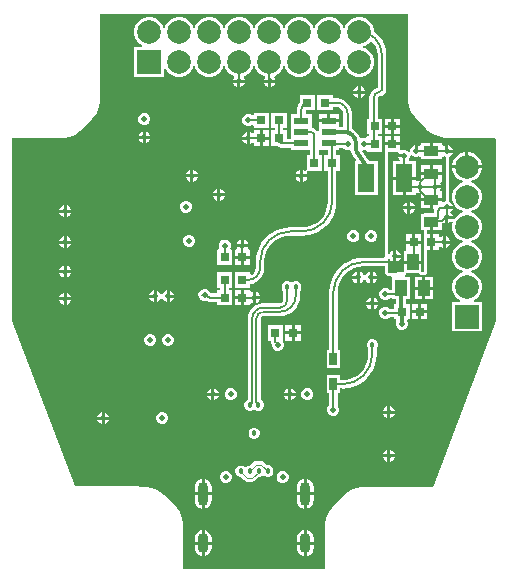
<source format=gbl>
G04*
G04 #@! TF.GenerationSoftware,Altium Limited,Altium Designer,22.9.1 (49)*
G04*
G04 Layer_Physical_Order=4*
G04 Layer_Color=16711680*
%FSLAX44Y44*%
%MOMM*%
G71*
G04*
G04 #@! TF.SameCoordinates,AC89A68A-B202-40CF-82E1-916CA4805ACC*
G04*
G04*
G04 #@! TF.FilePolarity,Positive*
G04*
G01*
G75*
%ADD12C,0.2000*%
%ADD13C,0.1000*%
%ADD22R,0.8000X0.8000*%
%ADD44O,0.9000X2.0000*%
%ADD45O,0.9000X1.7000*%
%ADD46C,2.0000*%
%ADD47R,2.0000X2.0000*%
%ADD48R,2.0000X2.0000*%
%ADD49C,0.5080*%
%ADD50C,0.4572*%
%ADD51C,0.3000*%
%ADD52R,1.0000X1.4000*%
%ADD53R,1.3000X0.9000*%
%ADD54R,1.4000X2.4000*%
%ADD55R,1.2000X0.6000*%
%ADD56R,0.6500X1.0600*%
G36*
X335001Y398951D02*
X335124Y396461D01*
X336095Y391578D01*
X338001Y386977D01*
X340767Y382837D01*
X342441Y380990D01*
X350650Y372782D01*
Y372782D01*
X352497Y371108D01*
X356637Y368341D01*
X361237Y366436D01*
X366121Y365465D01*
X368610Y365342D01*
X409174D01*
X410000Y364367D01*
X410000Y210000D01*
X356929Y71004D01*
X356913Y70976D01*
X356217Y69973D01*
X356098Y69997D01*
X356037Y70000D01*
X298952Y70000D01*
X298952Y70000D01*
X296463Y69878D01*
X291579Y68906D01*
X286979Y67001D01*
X282839Y64234D01*
X280992Y62561D01*
X272439Y54008D01*
X272439Y54008D01*
X270765Y52161D01*
X267999Y48021D01*
X266094Y43421D01*
X265122Y38537D01*
X265000Y36048D01*
Y32622D01*
X265000Y61D01*
X145897D01*
X144999Y959D01*
X145000Y26000D01*
Y36048D01*
X145000D01*
X145000Y36048D01*
X144878Y38537D01*
X143906Y43421D01*
X142001Y48021D01*
X139234Y52161D01*
X137561Y54008D01*
X129008Y62561D01*
X129008Y62561D01*
X127161Y64234D01*
X123021Y67001D01*
X118421Y68906D01*
X113537Y69878D01*
X111048Y70000D01*
X107622Y70000D01*
Y70152D01*
X53397D01*
X0Y210000D01*
Y365000D01*
X41047D01*
X43537Y365122D01*
X48421Y366094D01*
X53021Y367999D01*
X57161Y370765D01*
X59008Y372439D01*
X67218Y380650D01*
X67218D01*
X67218Y380650D01*
X68892Y382497D01*
X71659Y386637D01*
X73564Y391237D01*
X74535Y396121D01*
X74658Y398610D01*
X74658Y469659D01*
X74998Y470000D01*
X335001D01*
Y398951D01*
D02*
G37*
%LPC*%
G36*
X295551Y467540D02*
X292249D01*
X289060Y466685D01*
X286200Y465034D01*
X283866Y462700D01*
X282215Y459840D01*
X281857Y458507D01*
X280543D01*
X280185Y459840D01*
X278535Y462700D01*
X276200Y465034D01*
X273340Y466685D01*
X270151Y467540D01*
X266849D01*
X263660Y466685D01*
X260800Y465034D01*
X258465Y462700D01*
X256815Y459840D01*
X256457Y458507D01*
X255143D01*
X254785Y459840D01*
X253134Y462700D01*
X250800Y465034D01*
X247940Y466685D01*
X244751Y467540D01*
X241449D01*
X238260Y466685D01*
X235400Y465034D01*
X233065Y462700D01*
X231415Y459840D01*
X231057Y458507D01*
X229743D01*
X229385Y459840D01*
X227735Y462700D01*
X225400Y465034D01*
X222540Y466685D01*
X219351Y467540D01*
X216049D01*
X212860Y466685D01*
X210000Y465034D01*
X207666Y462700D01*
X206015Y459840D01*
X205657Y458507D01*
X204343D01*
X203985Y459840D01*
X202334Y462700D01*
X200000Y465034D01*
X197140Y466685D01*
X193951Y467540D01*
X190649D01*
X187460Y466685D01*
X184600Y465034D01*
X182265Y462700D01*
X180615Y459840D01*
X180257Y458507D01*
X178943D01*
X178585Y459840D01*
X176935Y462700D01*
X174600Y465034D01*
X171740Y466685D01*
X168551Y467540D01*
X165249D01*
X162060Y466685D01*
X159200Y465034D01*
X156866Y462700D01*
X155215Y459840D01*
X154857Y458507D01*
X153543D01*
X153185Y459840D01*
X151535Y462700D01*
X149200Y465034D01*
X146340Y466685D01*
X143151Y467540D01*
X139849D01*
X136660Y466685D01*
X133800Y465034D01*
X131466Y462700D01*
X129815Y459840D01*
X129457Y458507D01*
X128143D01*
X127785Y459840D01*
X126135Y462700D01*
X123800Y465034D01*
X120940Y466685D01*
X117751Y467540D01*
X114449D01*
X111260Y466685D01*
X108400Y465034D01*
X106066Y462700D01*
X104415Y459840D01*
X103560Y456651D01*
Y453349D01*
X104415Y450160D01*
X106066Y447300D01*
X108400Y444966D01*
X110044Y444017D01*
X110381Y442355D01*
X110218Y442140D01*
X103560D01*
Y417060D01*
X128640D01*
Y423718D01*
X128855Y423881D01*
X130517Y423544D01*
X131466Y421900D01*
X133800Y419566D01*
X136660Y417915D01*
X139849Y417060D01*
X143151D01*
X146340Y417915D01*
X149200Y419566D01*
X151535Y421900D01*
X153185Y424760D01*
X153543Y426093D01*
X154857D01*
X155215Y424760D01*
X156866Y421900D01*
X159200Y419566D01*
X162060Y417915D01*
X165249Y417060D01*
X168551D01*
X171740Y417915D01*
X174600Y419566D01*
X176935Y421900D01*
X178585Y424760D01*
X178943Y426093D01*
X180257D01*
X180615Y424760D01*
X182265Y421900D01*
X184600Y419566D01*
X187460Y417915D01*
X187834Y417814D01*
X188214Y416398D01*
X187693Y415878D01*
X187027Y414270D01*
X196973D01*
X196307Y415878D01*
X195913Y416271D01*
X196293Y417687D01*
X197140Y417915D01*
X200000Y419566D01*
X202334Y421900D01*
X203985Y424760D01*
X204343Y426093D01*
X205657D01*
X206015Y424760D01*
X207666Y421900D01*
X210000Y419566D01*
X212860Y417915D01*
X213707Y417687D01*
X214087Y416271D01*
X213693Y415878D01*
X213027Y414270D01*
X222973D01*
X222307Y415878D01*
X221786Y416398D01*
X222166Y417814D01*
X222540Y417915D01*
X225400Y419566D01*
X227735Y421900D01*
X229385Y424760D01*
X229743Y426093D01*
X231057D01*
X231415Y424760D01*
X233065Y421900D01*
X235400Y419566D01*
X238260Y417915D01*
X241449Y417060D01*
X244751D01*
X247940Y417915D01*
X250800Y419566D01*
X253134Y421900D01*
X254785Y424760D01*
X255143Y426093D01*
X256457D01*
X256815Y424760D01*
X258465Y421900D01*
X260800Y419566D01*
X263660Y417915D01*
X266849Y417060D01*
X270151D01*
X273340Y417915D01*
X276200Y419566D01*
X278535Y421900D01*
X280185Y424760D01*
X280543Y426093D01*
X281857D01*
X282215Y424760D01*
X283866Y421900D01*
X286200Y419566D01*
X289060Y417915D01*
X292249Y417060D01*
X295551D01*
X298740Y417915D01*
X301600Y419566D01*
X303934Y421900D01*
X305585Y424760D01*
X306440Y427949D01*
Y431251D01*
X305585Y434440D01*
X303934Y437300D01*
X301600Y439635D01*
X298740Y441285D01*
X297407Y441643D01*
Y442957D01*
X298740Y443315D01*
X301600Y444966D01*
X303607Y446973D01*
X304876Y446753D01*
X305032Y446663D01*
X306794Y444516D01*
X308227Y441834D01*
X309110Y438925D01*
X309402Y435957D01*
X309391Y435900D01*
Y407402D01*
X308771Y407320D01*
X306693Y406460D01*
X304909Y405091D01*
X303540Y403307D01*
X302680Y401229D01*
X302386Y399000D01*
X302391D01*
Y381540D01*
X300460D01*
Y368460D01*
X302391D01*
Y366540D01*
X300460D01*
Y365680D01*
X299190Y364832D01*
X298591Y365080D01*
X296569D01*
X294802Y364348D01*
X294704Y364404D01*
X293390Y367576D01*
X291300Y370300D01*
X288576Y372390D01*
X287609Y372791D01*
Y386000D01*
X287648D01*
X287217Y389274D01*
X285954Y392324D01*
X283944Y394944D01*
X281324Y396954D01*
X278274Y398217D01*
X275000Y398648D01*
Y398609D01*
X271540D01*
Y401540D01*
X258460D01*
Y388460D01*
X271540D01*
Y391391D01*
X275000D01*
X275118Y391414D01*
X277081Y391024D01*
X278845Y389845D01*
X280024Y388081D01*
X280414Y386118D01*
X280391Y386000D01*
Y374119D01*
X276540D01*
Y378230D01*
X268000D01*
X259460D01*
Y371410D01*
X258190Y370979D01*
X257664Y371664D01*
X256298Y372713D01*
X254707Y373372D01*
X253540Y373525D01*
Y385040D01*
X248609D01*
Y388460D01*
X256540D01*
Y401540D01*
X243460D01*
Y395505D01*
X242540Y394307D01*
X241680Y392229D01*
X241386Y390000D01*
X241391D01*
Y385040D01*
X236460D01*
Y373960D01*
Y364109D01*
X232540D01*
Y371540D01*
X229609D01*
Y373460D01*
X232540D01*
Y386540D01*
X219460D01*
Y373460D01*
X222391D01*
Y371540D01*
X219460D01*
Y358460D01*
X224436D01*
X224948Y357948D01*
X226119Y357165D01*
X227500Y356891D01*
X236460D01*
Y354960D01*
X252391D01*
Y350540D01*
X249460D01*
Y338729D01*
X249460Y338042D01*
X248337Y337164D01*
X247878Y337307D01*
X247724Y337370D01*
X246270Y337972D01*
Y334270D01*
X249972D01*
X249370Y335724D01*
X249307Y335878D01*
X249165Y336337D01*
X250042Y337460D01*
X250705Y337460D01*
X262540D01*
Y350540D01*
X259609D01*
Y354960D01*
X267391D01*
Y350540D01*
X264460D01*
Y337460D01*
X267391D01*
Y311400D01*
X267422Y311240D01*
X267019Y307140D01*
X265776Y303043D01*
X263758Y299267D01*
X261042Y295958D01*
X257733Y293242D01*
X253957Y291224D01*
X249860Y289981D01*
X245760Y289578D01*
X245600Y289609D01*
X235400D01*
Y289629D01*
X230859Y289272D01*
X226429Y288209D01*
X222221Y286465D01*
X218337Y284085D01*
X214873Y281127D01*
X211915Y277663D01*
X209535Y273779D01*
X207791Y269571D01*
X206728Y265141D01*
X206371Y260600D01*
X206391D01*
Y255000D01*
X206424Y254833D01*
X205966Y252529D01*
X204566Y250434D01*
X202810Y249261D01*
X201645Y249712D01*
X201540Y249799D01*
Y251540D01*
X188460D01*
Y238460D01*
X201540D01*
Y241546D01*
X203535Y241808D01*
X206828Y243173D01*
X209657Y245343D01*
X211827Y248172D01*
X213192Y251465D01*
X213657Y255000D01*
X213609D01*
Y260600D01*
X213578Y260760D01*
X213981Y264860D01*
X215224Y268957D01*
X217242Y272733D01*
X219958Y276042D01*
X223267Y278758D01*
X227043Y280776D01*
X231140Y282019D01*
X235240Y282422D01*
X235400Y282391D01*
X245600D01*
Y282370D01*
X250141Y282728D01*
X254571Y283791D01*
X258779Y285535D01*
X262663Y287915D01*
X266127Y290873D01*
X269085Y294337D01*
X271465Y298221D01*
X273209Y302429D01*
X274272Y306859D01*
X274629Y311400D01*
X274609D01*
Y337460D01*
X277540D01*
Y350540D01*
X274609D01*
Y354960D01*
X276540D01*
Y356391D01*
X280425D01*
X281122Y355693D01*
X282990Y354920D01*
X285011D01*
X285818Y355254D01*
X287204Y354454D01*
X287328Y353514D01*
X288767Y350040D01*
X291056Y347056D01*
X291056Y347056D01*
X291435Y346647D01*
X290912Y345540D01*
X290460D01*
Y316460D01*
X309540D01*
Y345540D01*
X301965D01*
X300005Y349206D01*
X296941Y352941D01*
X296941Y352941D01*
X296276Y353766D01*
X296301Y353865D01*
X297015Y354920D01*
X298591D01*
X299190Y355168D01*
X300460Y354320D01*
Y353460D01*
X313540D01*
Y366540D01*
X309609D01*
Y368460D01*
X313540D01*
Y381540D01*
X309609D01*
Y399000D01*
X309592Y399085D01*
X309923Y399884D01*
X311000Y400351D01*
Y400351D01*
X313162Y400781D01*
X314994Y402006D01*
X316219Y403838D01*
X316649Y406000D01*
X316609D01*
Y435900D01*
X316650D01*
X316212Y440338D01*
X314918Y444606D01*
X312816Y448539D01*
X309986Y451986D01*
X306539Y454815D01*
X306440Y454869D01*
Y456651D01*
X305585Y459840D01*
X303934Y462700D01*
X301600Y465034D01*
X298740Y466685D01*
X295551Y467540D01*
D02*
G37*
G36*
X222973Y411730D02*
X219270D01*
Y408027D01*
X220878Y408693D01*
X222307Y410122D01*
X222973Y411730D01*
D02*
G37*
G36*
X216730D02*
X213027D01*
X213693Y410122D01*
X215122Y408693D01*
X216730Y408027D01*
Y411730D01*
D02*
G37*
G36*
X196973D02*
X193270D01*
Y408027D01*
X194878Y408693D01*
X196307Y410122D01*
X196973Y411730D01*
D02*
G37*
G36*
X190730D02*
X187027D01*
X187693Y410122D01*
X189122Y408693D01*
X190730Y408027D01*
Y411730D01*
D02*
G37*
G36*
X295270Y408973D02*
Y405270D01*
X298972D01*
X298307Y406878D01*
X296878Y408307D01*
X295270Y408973D01*
D02*
G37*
G36*
X292730D02*
X291122Y408307D01*
X289693Y406878D01*
X289028Y405270D01*
X292730D01*
Y408973D01*
D02*
G37*
G36*
X298972Y402730D02*
X295270D01*
Y399027D01*
X296878Y399693D01*
X298307Y401122D01*
X298972Y402730D01*
D02*
G37*
G36*
X292730D02*
X289028D01*
X289693Y401122D01*
X291122Y399693D01*
X292730Y399027D01*
Y402730D01*
D02*
G37*
G36*
X217540Y386540D02*
X204460D01*
Y384520D01*
X203190Y383994D01*
X202878Y384307D01*
X201010Y385080D01*
X198990D01*
X197122Y384307D01*
X195693Y382878D01*
X194920Y381011D01*
Y378989D01*
X195693Y377122D01*
X197122Y375693D01*
X198990Y374920D01*
X201010D01*
X202878Y375693D01*
X203190Y376006D01*
X204460Y375480D01*
Y373460D01*
X217540D01*
Y386540D01*
D02*
G37*
G36*
X276540Y385040D02*
X269270D01*
Y380770D01*
X276540D01*
Y385040D01*
D02*
G37*
G36*
X266730D02*
X259460D01*
Y380770D01*
X266730D01*
Y385040D01*
D02*
G37*
G36*
X328540Y381540D02*
X323270D01*
Y376270D01*
X328540D01*
Y381540D01*
D02*
G37*
G36*
X320730D02*
X315460D01*
Y376270D01*
X320730D01*
Y381540D01*
D02*
G37*
G36*
X113011Y386080D02*
X110990D01*
X109122Y385307D01*
X107693Y383878D01*
X106920Y382010D01*
Y379990D01*
X107693Y378122D01*
X109122Y376693D01*
X110990Y375920D01*
X113011D01*
X114878Y376693D01*
X116307Y378122D01*
X117080Y379990D01*
Y382010D01*
X116307Y383878D01*
X114878Y385307D01*
X113011Y386080D01*
D02*
G37*
G36*
X209730Y371540D02*
X204460D01*
Y369520D01*
X203190Y368994D01*
X202878Y369307D01*
X201270Y369972D01*
Y365000D01*
Y360028D01*
X202878Y360693D01*
X203190Y361006D01*
X204460Y360480D01*
Y358460D01*
X209730D01*
Y365000D01*
Y371540D01*
D02*
G37*
G36*
X328540Y373730D02*
X323270D01*
Y368460D01*
X328540D01*
Y373730D01*
D02*
G37*
G36*
X320730D02*
X315460D01*
Y368460D01*
X320730D01*
Y373730D01*
D02*
G37*
G36*
X113270Y370573D02*
Y366870D01*
X116973D01*
X116307Y368478D01*
X114878Y369907D01*
X113270Y370573D01*
D02*
G37*
G36*
X110730D02*
X109122Y369907D01*
X107693Y368478D01*
X107028Y366870D01*
X110730D01*
Y370573D01*
D02*
G37*
G36*
X217540Y371540D02*
X212270D01*
Y366270D01*
X217540D01*
Y371540D01*
D02*
G37*
G36*
X198730Y369972D02*
X197122Y369307D01*
X195693Y367878D01*
X195028Y366270D01*
X198730D01*
Y369972D01*
D02*
G37*
G36*
X328540Y366540D02*
X323270D01*
Y361270D01*
X328540D01*
Y366540D01*
D02*
G37*
G36*
X320730D02*
X315460D01*
Y361270D01*
X320730D01*
Y366540D01*
D02*
G37*
G36*
X116973Y364330D02*
X113270D01*
Y360628D01*
X114878Y361293D01*
X116307Y362722D01*
X116973Y364330D01*
D02*
G37*
G36*
X110730D02*
X107028D01*
X107693Y362722D01*
X109122Y361293D01*
X110730Y360628D01*
Y364330D01*
D02*
G37*
G36*
X198730Y363730D02*
X195028D01*
X195693Y362122D01*
X197122Y360693D01*
X198730Y360028D01*
Y363730D01*
D02*
G37*
G36*
X217540D02*
X212270D01*
Y358460D01*
X217540D01*
Y363730D01*
D02*
G37*
G36*
X369270Y358973D02*
Y355270D01*
X372972D01*
X372307Y356878D01*
X370878Y358307D01*
X369270Y358973D01*
D02*
G37*
G36*
X364040Y361040D02*
X356270D01*
Y354000D01*
X353730D01*
Y361040D01*
X345960D01*
Y358884D01*
X344690Y358384D01*
X343270Y358973D01*
Y354000D01*
X340730D01*
Y358973D01*
X339122Y358307D01*
X337693Y356878D01*
X336920Y355010D01*
Y354060D01*
X335650Y353534D01*
X334878Y354307D01*
X333010Y355080D01*
X330989D01*
X329529Y354475D01*
X328540Y355375D01*
Y358730D01*
X322000D01*
X315460D01*
Y353710D01*
X315410Y353460D01*
Y302000D01*
Y267108D01*
X315460Y266858D01*
Y266603D01*
X315558Y266367D01*
X315607Y266117D01*
X315731Y265932D01*
X315763Y265870D01*
X315847Y265669D01*
Y264756D01*
X314876Y263609D01*
X297400D01*
Y263629D01*
X292859Y263272D01*
X288429Y262209D01*
X284221Y260465D01*
X280337Y258085D01*
X276873Y255127D01*
X273915Y251663D01*
X271535Y247779D01*
X269791Y243571D01*
X268728Y239141D01*
X268370Y234600D01*
X268391D01*
Y185840D01*
X266210D01*
Y170160D01*
X277790D01*
Y185840D01*
X275609D01*
Y234600D01*
X275578Y234760D01*
X275981Y238860D01*
X277224Y242957D01*
X279242Y246733D01*
X281958Y250042D01*
X285267Y252758D01*
X289043Y254776D01*
X293140Y256019D01*
X297240Y256422D01*
X297400Y256391D01*
X315410D01*
Y251906D01*
X315412Y251895D01*
X315410Y251884D01*
X315511Y251398D01*
X315607Y250915D01*
X315613Y250905D01*
X315616Y250895D01*
X315894Y250485D01*
X316169Y250074D01*
X316178Y250068D01*
X316184Y250059D01*
X317090Y249169D01*
X317099Y249163D01*
X317105Y249153D01*
X317521Y248886D01*
X317935Y248614D01*
X317945Y248612D01*
X317955Y248606D01*
X318441Y248518D01*
X318927Y248426D01*
X318938Y248428D01*
X318949Y248426D01*
X321120Y248462D01*
X321960Y247206D01*
Y236609D01*
X319575D01*
X318878Y237307D01*
X317010Y238080D01*
X314989D01*
X313122Y237307D01*
X311693Y235878D01*
X310920Y234011D01*
Y231989D01*
X311693Y230122D01*
X313122Y228693D01*
X314989Y227920D01*
X317010D01*
X318878Y228693D01*
X319575Y229391D01*
X321960D01*
Y228460D01*
X325381D01*
Y224540D01*
X323460D01*
Y220609D01*
X319575D01*
X318878Y221307D01*
X317010Y222080D01*
X314989D01*
X313122Y221307D01*
X311693Y219878D01*
X310920Y218011D01*
Y215989D01*
X311693Y214122D01*
X313122Y212693D01*
X314989Y211920D01*
X317010D01*
X318878Y212693D01*
X319575Y213391D01*
X323460D01*
Y211460D01*
X324616D01*
X325409Y210190D01*
X324920Y209011D01*
Y206989D01*
X325693Y205122D01*
X327122Y203693D01*
X328989Y202920D01*
X331011D01*
X332878Y203693D01*
X334307Y205122D01*
X335080Y206989D01*
Y209011D01*
X334591Y210190D01*
X335384Y211460D01*
X336540D01*
Y224540D01*
X333619D01*
Y228460D01*
X337040D01*
Y247540D01*
X332459D01*
X332334Y248810D01*
X332451Y248833D01*
X332469Y248846D01*
X332491Y248850D01*
X332889Y249125D01*
X333291Y249395D01*
X333303Y249413D01*
X333322Y249426D01*
X333583Y249832D01*
X333853Y250235D01*
X333857Y250257D01*
X333869Y250275D01*
X333903Y250460D01*
X344804D01*
X345630Y249648D01*
X345639Y249641D01*
X345645Y249632D01*
X346061Y249364D01*
X346475Y249093D01*
X346485Y249091D01*
X346495Y249085D01*
X346980Y248997D01*
X347467Y248904D01*
X347478Y248907D01*
X347489Y248905D01*
X349043Y248931D01*
X349517Y249033D01*
X349991Y249128D01*
X350009Y249140D01*
X350031Y249144D01*
X350429Y249420D01*
X350831Y249689D01*
X350844Y249707D01*
X350862Y249720D01*
X351124Y250127D01*
X351393Y250529D01*
X351397Y250551D01*
X351409Y250569D01*
X351495Y251045D01*
X351590Y251520D01*
Y270460D01*
X353730D01*
Y277000D01*
Y283540D01*
X351590D01*
Y286960D01*
X353730D01*
Y294000D01*
X356270D01*
Y286960D01*
X364040D01*
Y293116D01*
X365310Y293616D01*
X366730Y293027D01*
Y298000D01*
X368000D01*
Y299270D01*
X372972D01*
X372307Y300878D01*
X371049Y302135D01*
X372307Y303392D01*
X372972Y305000D01*
X368000D01*
Y307540D01*
X372972D01*
X372307Y309148D01*
X370878Y310577D01*
X369546Y311128D01*
X369590Y311350D01*
Y348920D01*
X369546Y349142D01*
X370878Y349693D01*
X372307Y351122D01*
X372972Y352730D01*
X368000D01*
Y354000D01*
X366730D01*
Y358973D01*
X365310Y358384D01*
X364040Y358884D01*
Y361040D01*
D02*
G37*
G36*
X386651Y353340D02*
X386270D01*
Y342070D01*
X397540D01*
Y342451D01*
X396685Y345640D01*
X395034Y348500D01*
X392700Y350835D01*
X389840Y352485D01*
X386651Y353340D01*
D02*
G37*
G36*
X383730D02*
X383349D01*
X380160Y352485D01*
X377300Y350835D01*
X374966Y348500D01*
X373315Y345640D01*
X372460Y342451D01*
Y342070D01*
X383730D01*
Y353340D01*
D02*
G37*
G36*
X243730Y337972D02*
X242122Y337307D01*
X240693Y335878D01*
X240028Y334270D01*
X243730D01*
Y337972D01*
D02*
G37*
G36*
X153270D02*
Y334270D01*
X156973D01*
X156307Y335878D01*
X154878Y337307D01*
X153270Y337972D01*
D02*
G37*
G36*
X150730D02*
X149122Y337307D01*
X147693Y335878D01*
X147028Y334270D01*
X150730D01*
Y337972D01*
D02*
G37*
G36*
X249972Y331730D02*
X246270D01*
Y328027D01*
X247878Y328693D01*
X249307Y330122D01*
X249972Y331730D01*
D02*
G37*
G36*
X243730D02*
X240028D01*
X240693Y330122D01*
X242122Y328693D01*
X243730Y328027D01*
Y331730D01*
D02*
G37*
G36*
X156973D02*
X153270D01*
Y328027D01*
X154878Y328693D01*
X156307Y330122D01*
X156973Y331730D01*
D02*
G37*
G36*
X150730D02*
X147028D01*
X147693Y330122D01*
X149122Y328693D01*
X150730Y328027D01*
Y331730D01*
D02*
G37*
G36*
X176270Y321893D02*
Y318190D01*
X179972D01*
X179307Y319798D01*
X177878Y321227D01*
X176270Y321893D01*
D02*
G37*
G36*
X173730D02*
X172122Y321227D01*
X170693Y319798D01*
X170028Y318190D01*
X173730D01*
Y321893D01*
D02*
G37*
G36*
X179972Y315650D02*
X176270D01*
Y311947D01*
X177878Y312613D01*
X179307Y314042D01*
X179972Y315650D01*
D02*
G37*
G36*
X173730D02*
X170028D01*
X170693Y314042D01*
X172122Y312613D01*
X173730Y311947D01*
Y315650D01*
D02*
G37*
G36*
X46270Y307973D02*
Y304270D01*
X49973D01*
X49307Y305878D01*
X47878Y307307D01*
X46270Y307973D01*
D02*
G37*
G36*
X43730D02*
X42122Y307307D01*
X40693Y305878D01*
X40027Y304270D01*
X43730D01*
Y307973D01*
D02*
G37*
G36*
X148011Y312080D02*
X145990D01*
X144122Y311307D01*
X142693Y309878D01*
X141920Y308011D01*
Y305989D01*
X142693Y304122D01*
X144122Y302693D01*
X145990Y301920D01*
X148011D01*
X149878Y302693D01*
X151307Y304122D01*
X152080Y305989D01*
Y308011D01*
X151307Y309878D01*
X149878Y311307D01*
X148011Y312080D01*
D02*
G37*
G36*
X49973Y301730D02*
X46270D01*
Y298027D01*
X47878Y298693D01*
X49307Y300122D01*
X49973Y301730D01*
D02*
G37*
G36*
X43730D02*
X40027D01*
X40693Y300122D01*
X42122Y298693D01*
X43730Y298027D01*
Y301730D01*
D02*
G37*
G36*
X397540Y339530D02*
X385000D01*
X372460D01*
Y339149D01*
X373315Y335960D01*
X374966Y333100D01*
X377300Y330765D01*
X380160Y329115D01*
X381493Y328757D01*
Y327443D01*
X380160Y327085D01*
X377300Y325434D01*
X374966Y323100D01*
X373315Y320240D01*
X372460Y317051D01*
Y313749D01*
X373315Y310560D01*
X374966Y307700D01*
X377300Y305366D01*
X380160Y303715D01*
X381493Y303357D01*
Y302043D01*
X380160Y301685D01*
X377300Y300035D01*
X374966Y297700D01*
X374199Y296371D01*
X373471Y296730D01*
X369270D01*
Y293027D01*
X370878Y293693D01*
X371991Y294806D01*
X373129Y294149D01*
X372460Y291651D01*
Y288349D01*
X373315Y285160D01*
X374966Y282300D01*
X377300Y279965D01*
X380160Y278315D01*
X381493Y277957D01*
Y276643D01*
X380160Y276285D01*
X377300Y274634D01*
X374966Y272300D01*
X373315Y269440D01*
X372460Y266251D01*
Y262949D01*
X373315Y259760D01*
X374966Y256900D01*
X377300Y254566D01*
X380160Y252915D01*
X381493Y252557D01*
Y251243D01*
X380160Y250885D01*
X377300Y249235D01*
X374966Y246900D01*
X373315Y244040D01*
X372460Y240851D01*
Y237549D01*
X373315Y234360D01*
X374966Y231500D01*
X377300Y229165D01*
X378944Y228217D01*
X379281Y226556D01*
X379118Y226340D01*
X372460D01*
Y201260D01*
X397540D01*
Y226340D01*
X390882D01*
X390719Y226556D01*
X391056Y228217D01*
X392700Y229165D01*
X395034Y231500D01*
X396685Y234360D01*
X397540Y237549D01*
Y240851D01*
X396685Y244040D01*
X395034Y246900D01*
X392700Y249235D01*
X389840Y250885D01*
X388507Y251243D01*
Y252557D01*
X389840Y252915D01*
X392700Y254566D01*
X395034Y256900D01*
X396685Y259760D01*
X397540Y262949D01*
Y266251D01*
X396685Y269440D01*
X395034Y272300D01*
X392700Y274634D01*
X389840Y276285D01*
X388507Y276643D01*
Y277957D01*
X389840Y278315D01*
X392700Y279965D01*
X395034Y282300D01*
X396685Y285160D01*
X397540Y288349D01*
Y291651D01*
X396685Y294840D01*
X395034Y297700D01*
X392700Y300035D01*
X389840Y301685D01*
X388507Y302043D01*
Y303357D01*
X389840Y303715D01*
X392700Y305366D01*
X395034Y307700D01*
X396685Y310560D01*
X397540Y313749D01*
Y317051D01*
X396685Y320240D01*
X395034Y323100D01*
X392700Y325434D01*
X389840Y327085D01*
X388507Y327443D01*
Y328757D01*
X389840Y329115D01*
X392700Y330765D01*
X395034Y333100D01*
X396685Y335960D01*
X397540Y339149D01*
Y339530D01*
D02*
G37*
G36*
X367270Y281973D02*
Y278270D01*
X370973D01*
X370307Y279878D01*
X368878Y281307D01*
X367270Y281973D01*
D02*
G37*
G36*
X46270D02*
Y278270D01*
X49973D01*
X49307Y279878D01*
X47878Y281307D01*
X46270Y281973D01*
D02*
G37*
G36*
X43730D02*
X42122Y281307D01*
X40693Y279878D01*
X40027Y278270D01*
X43730D01*
Y281973D01*
D02*
G37*
G36*
X305011Y287080D02*
X302990D01*
X301122Y286307D01*
X299693Y284878D01*
X298920Y283011D01*
Y280989D01*
X299693Y279122D01*
X301122Y277693D01*
X302990Y276920D01*
X305011D01*
X306878Y277693D01*
X308307Y279122D01*
X309080Y280989D01*
Y283011D01*
X308307Y284878D01*
X306878Y286307D01*
X305011Y287080D01*
D02*
G37*
G36*
X290011D02*
X287990D01*
X286122Y286307D01*
X284693Y284878D01*
X283920Y283011D01*
Y280989D01*
X284693Y279122D01*
X286122Y277693D01*
X287990Y276920D01*
X290011D01*
X291878Y277693D01*
X293307Y279122D01*
X294080Y280989D01*
Y283011D01*
X293307Y284878D01*
X291878Y286307D01*
X290011Y287080D01*
D02*
G37*
G36*
X196270Y278972D02*
Y275270D01*
X199972D01*
X199307Y276878D01*
X197878Y278307D01*
X196270Y278972D01*
D02*
G37*
G36*
X193730D02*
X192122Y278307D01*
X190693Y276878D01*
X190028Y275270D01*
X193730D01*
Y278972D01*
D02*
G37*
G36*
X151011Y283080D02*
X148989D01*
X147122Y282307D01*
X145693Y280878D01*
X144920Y279011D01*
Y276989D01*
X145693Y275122D01*
X147122Y273693D01*
X148989Y272920D01*
X151011D01*
X152878Y273693D01*
X154307Y275122D01*
X155080Y276989D01*
Y279011D01*
X154307Y280878D01*
X152878Y282307D01*
X151011Y283080D01*
D02*
G37*
G36*
X370973Y275730D02*
X367270D01*
Y272027D01*
X368878Y272693D01*
X370307Y274122D01*
X370973Y275730D01*
D02*
G37*
G36*
X361540Y283540D02*
X356270D01*
Y277000D01*
Y270460D01*
X361540D01*
Y272480D01*
X362810Y273006D01*
X363122Y272693D01*
X364730Y272027D01*
Y277000D01*
Y281973D01*
X363122Y281307D01*
X362810Y280994D01*
X361540Y281520D01*
Y283540D01*
D02*
G37*
G36*
X49973Y275730D02*
X46270D01*
Y272027D01*
X47878Y272693D01*
X49307Y274122D01*
X49973Y275730D01*
D02*
G37*
G36*
X43730D02*
X40027D01*
X40693Y274122D01*
X42122Y272693D01*
X43730Y272027D01*
Y275730D01*
D02*
G37*
G36*
X199972Y272730D02*
X190028D01*
X190409Y271810D01*
X189616Y270540D01*
X188460D01*
Y265270D01*
X195000D01*
Y264000D01*
D01*
Y265270D01*
X201540D01*
Y270540D01*
X200383D01*
X199591Y271810D01*
X199972Y272730D01*
D02*
G37*
G36*
X201540Y262730D02*
X196270D01*
Y257460D01*
X201540D01*
Y262730D01*
D02*
G37*
G36*
X193730D02*
X188460D01*
Y257460D01*
X193730D01*
Y262730D01*
D02*
G37*
G36*
X181010Y279080D02*
X178990D01*
X177122Y278307D01*
X175693Y276878D01*
X174920Y275011D01*
Y272990D01*
X175409Y271810D01*
X174616Y270540D01*
X173460D01*
Y257460D01*
X186540D01*
Y270540D01*
X185384D01*
X184591Y271810D01*
X185080Y272990D01*
Y275011D01*
X184307Y276878D01*
X182878Y278307D01*
X181010Y279080D01*
D02*
G37*
G36*
X46270Y256973D02*
Y253270D01*
X49973D01*
X49307Y254878D01*
X47878Y256307D01*
X46270Y256973D01*
D02*
G37*
G36*
X43730D02*
X42122Y256307D01*
X40693Y254878D01*
X40027Y253270D01*
X43730D01*
Y256973D01*
D02*
G37*
G36*
X302730Y251973D02*
X301122Y251307D01*
X299693Y249878D01*
X299187Y248656D01*
X297813D01*
X297307Y249878D01*
X295878Y251307D01*
X294270Y251973D01*
Y247000D01*
Y242027D01*
X295878Y242693D01*
X297307Y244122D01*
X297813Y245344D01*
X299187D01*
X299693Y244122D01*
X301122Y242693D01*
X302730Y242027D01*
Y247000D01*
Y251973D01*
D02*
G37*
G36*
X305270D02*
Y248270D01*
X308972D01*
X308307Y249878D01*
X306878Y251307D01*
X305270Y251973D01*
D02*
G37*
G36*
X291730D02*
X290122Y251307D01*
X288693Y249878D01*
X288027Y248270D01*
X291730D01*
Y251973D01*
D02*
G37*
G36*
X49973Y250730D02*
X46270D01*
Y247027D01*
X47878Y247693D01*
X49307Y249122D01*
X49973Y250730D01*
D02*
G37*
G36*
X43730D02*
X40027D01*
X40693Y249122D01*
X42122Y247693D01*
X43730Y247027D01*
Y250730D01*
D02*
G37*
G36*
X241072Y243826D02*
X239152D01*
X237378Y243091D01*
X236556Y242269D01*
X235734Y243091D01*
X233960Y243826D01*
X232040D01*
X230266Y243091D01*
X228909Y241734D01*
X228174Y239960D01*
Y238040D01*
X228909Y236266D01*
X229391Y235784D01*
Y227500D01*
X229379D01*
X229198Y226590D01*
X228682Y225818D01*
X227910Y225302D01*
X227000Y225121D01*
Y225109D01*
X212750D01*
Y225152D01*
X209346Y224704D01*
X206174Y223390D01*
X203450Y221300D01*
X201360Y218576D01*
X200046Y215404D01*
X199597Y212000D01*
X199641D01*
Y143477D01*
X198710Y143091D01*
X197353Y141734D01*
X196618Y139960D01*
Y138040D01*
X197353Y136266D01*
X198710Y134909D01*
X200484Y134174D01*
X202404D01*
X204178Y134909D01*
X205000Y135731D01*
X205822Y134909D01*
X207596Y134174D01*
X209516D01*
X211290Y134909D01*
X212647Y136266D01*
X213382Y138040D01*
Y139960D01*
X212647Y141734D01*
X211290Y143091D01*
X210359Y143477D01*
Y212000D01*
X210371D01*
X210552Y212910D01*
X211068Y213682D01*
X211840Y214198D01*
X212750Y214379D01*
Y214391D01*
X227000D01*
Y214380D01*
X230264Y214701D01*
X233403Y215653D01*
X236296Y217199D01*
X238832Y219280D01*
X240913Y221816D01*
X242459Y224709D01*
X243411Y227848D01*
X243733Y231112D01*
X243721D01*
Y235784D01*
X244203Y236266D01*
X244938Y238040D01*
Y239960D01*
X244203Y241734D01*
X242846Y243091D01*
X241072Y243826D01*
D02*
G37*
G36*
X308972Y245730D02*
X305270D01*
Y242027D01*
X306878Y242693D01*
X308307Y244122D01*
X308972Y245730D01*
D02*
G37*
G36*
X291730D02*
X288027D01*
X288693Y244122D01*
X290122Y242693D01*
X291730Y242027D01*
Y245730D01*
D02*
G37*
G36*
X356040Y247540D02*
X349770D01*
Y239270D01*
X356040D01*
Y247540D01*
D02*
G37*
G36*
X347230D02*
X340960D01*
Y239270D01*
X347230D01*
Y247540D01*
D02*
G37*
G36*
X186540Y251540D02*
X173460D01*
Y238460D01*
X176391D01*
Y236540D01*
X173460D01*
Y233609D01*
X167950D01*
X167876Y233640D01*
X167361Y234883D01*
X165932Y236312D01*
X164065Y237085D01*
X162044D01*
X160177Y236312D01*
X158748Y234883D01*
X158633Y234605D01*
X158318Y234358D01*
X157626Y233132D01*
X157456Y231734D01*
X157833Y230377D01*
X158677Y229301D01*
X158748Y229128D01*
X160177Y227699D01*
X162044Y226926D01*
X164065D01*
X164458Y227088D01*
X165729Y226671D01*
X166102Y226625D01*
X167479Y226351D01*
Y226391D01*
X173460D01*
Y223460D01*
X186540D01*
Y236540D01*
X183609D01*
Y238460D01*
X186540D01*
Y251540D01*
D02*
G37*
G36*
X130730Y235972D02*
X129122Y235307D01*
X127693Y233878D01*
X127187Y232656D01*
X125813D01*
X125307Y233878D01*
X123878Y235307D01*
X122270Y235972D01*
Y231000D01*
Y226028D01*
X123878Y226693D01*
X125307Y228122D01*
X125813Y229344D01*
X127187D01*
X127693Y228122D01*
X129122Y226693D01*
X130730Y226028D01*
Y231000D01*
Y235972D01*
D02*
G37*
G36*
X133270D02*
Y232270D01*
X136973D01*
X136307Y233878D01*
X134878Y235307D01*
X133270Y235972D01*
D02*
G37*
G36*
X119730D02*
X118122Y235307D01*
X116693Y233878D01*
X116027Y232270D01*
X119730D01*
Y235972D01*
D02*
G37*
G36*
X193730Y236540D02*
X188460D01*
Y231270D01*
X193730D01*
Y236540D01*
D02*
G37*
G36*
X206270Y234972D02*
Y231270D01*
X209972D01*
X209307Y232878D01*
X207878Y234307D01*
X206270Y234972D01*
D02*
G37*
G36*
X46270Y233972D02*
Y230270D01*
X49973D01*
X49307Y231878D01*
X47878Y233307D01*
X46270Y233972D01*
D02*
G37*
G36*
X43730D02*
X42122Y233307D01*
X40693Y231878D01*
X40027Y230270D01*
X43730D01*
Y233972D01*
D02*
G37*
G36*
X356040Y236730D02*
X349770D01*
Y228460D01*
X356040D01*
Y236730D01*
D02*
G37*
G36*
X347230D02*
X340960D01*
Y228460D01*
X347230D01*
Y236730D01*
D02*
G37*
G36*
X306270Y229972D02*
Y226270D01*
X309972D01*
X309307Y227878D01*
X307878Y229307D01*
X306270Y229972D01*
D02*
G37*
G36*
X303730D02*
X302122Y229307D01*
X300693Y227878D01*
X300028Y226270D01*
X303730D01*
Y229972D01*
D02*
G37*
G36*
X136973Y229730D02*
X133270D01*
Y226028D01*
X134878Y226693D01*
X136307Y228122D01*
X136973Y229730D01*
D02*
G37*
G36*
X119730D02*
X116027D01*
X116693Y228122D01*
X118122Y226693D01*
X119730Y226028D01*
Y229730D01*
D02*
G37*
G36*
X209972Y228730D02*
X206270D01*
Y225028D01*
X207878Y225693D01*
X209307Y227122D01*
X209972Y228730D01*
D02*
G37*
G36*
X201540Y236540D02*
X196270D01*
Y230000D01*
Y223460D01*
X201540D01*
Y224616D01*
X202810Y225409D01*
X203730Y225028D01*
Y230000D01*
Y234972D01*
X202810Y234591D01*
X201540Y235384D01*
Y236540D01*
D02*
G37*
G36*
X49973Y227730D02*
X46270D01*
Y224028D01*
X47878Y224693D01*
X49307Y226122D01*
X49973Y227730D01*
D02*
G37*
G36*
X43730D02*
X40027D01*
X40693Y226122D01*
X42122Y224693D01*
X43730Y224028D01*
Y227730D01*
D02*
G37*
G36*
X193730Y228730D02*
X188460D01*
Y223460D01*
X193730D01*
Y228730D01*
D02*
G37*
G36*
X309972Y223730D02*
X306270D01*
Y220028D01*
X307878Y220693D01*
X309307Y222122D01*
X309972Y223730D01*
D02*
G37*
G36*
X303730D02*
X300028D01*
X300693Y222122D01*
X302122Y220693D01*
X303730Y220028D01*
Y223730D01*
D02*
G37*
G36*
X351540Y224540D02*
X346270D01*
Y219270D01*
X351540D01*
Y224540D01*
D02*
G37*
G36*
X343730D02*
X338460D01*
Y219270D01*
X343730D01*
Y224540D01*
D02*
G37*
G36*
X351540Y216730D02*
X346270D01*
Y211460D01*
X351540D01*
Y216730D01*
D02*
G37*
G36*
X343730D02*
X338460D01*
Y211460D01*
X343730D01*
Y216730D01*
D02*
G37*
G36*
X244540Y206540D02*
X239270D01*
Y201270D01*
X244540D01*
Y206540D01*
D02*
G37*
G36*
X236730D02*
X231460D01*
Y201270D01*
X236730D01*
Y206540D01*
D02*
G37*
G36*
X244540Y198730D02*
X239270D01*
Y193460D01*
X244540D01*
Y198730D01*
D02*
G37*
G36*
X236730D02*
X231460D01*
Y193460D01*
X236730D01*
Y198730D01*
D02*
G37*
G36*
X133011Y199080D02*
X130990D01*
X129122Y198307D01*
X127693Y196878D01*
X126920Y195011D01*
Y192990D01*
X127693Y191122D01*
X129122Y189693D01*
X130990Y188920D01*
X133011D01*
X134878Y189693D01*
X136307Y191122D01*
X137080Y192990D01*
Y195011D01*
X136307Y196878D01*
X134878Y198307D01*
X133011Y199080D01*
D02*
G37*
G36*
X118011D02*
X115990D01*
X114122Y198307D01*
X112693Y196878D01*
X111920Y195011D01*
Y192990D01*
X112693Y191122D01*
X114122Y189693D01*
X115990Y188920D01*
X118011D01*
X119878Y189693D01*
X121307Y191122D01*
X122080Y192990D01*
Y195011D01*
X121307Y196878D01*
X119878Y198307D01*
X118011Y199080D01*
D02*
G37*
G36*
X229540Y206540D02*
X216460D01*
Y193460D01*
X219391D01*
Y192000D01*
X219352D01*
X219781Y189838D01*
X219920Y189631D01*
Y188990D01*
X220693Y187122D01*
X222122Y185693D01*
X223990Y184920D01*
X226010D01*
X227878Y185693D01*
X229307Y187122D01*
X230080Y188990D01*
Y191010D01*
X229584Y192208D01*
X229540Y193460D01*
X229540Y193460D01*
X229540Y193460D01*
Y206540D01*
D02*
G37*
G36*
X305960Y194826D02*
X304040D01*
X302266Y194091D01*
X300909Y192734D01*
X300174Y190960D01*
Y189040D01*
X300909Y187266D01*
X301391Y186784D01*
Y182000D01*
X301422Y181840D01*
X301019Y177740D01*
X299776Y173643D01*
X297758Y169867D01*
X295042Y166558D01*
X291733Y163842D01*
X287957Y161824D01*
X283860Y160581D01*
X279760Y160178D01*
X279600Y160209D01*
X277790D01*
Y164440D01*
X266210D01*
Y148760D01*
X268391D01*
Y138575D01*
X267693Y137878D01*
X266920Y136011D01*
Y133989D01*
X267693Y132122D01*
X269122Y130693D01*
X270989Y129920D01*
X273011D01*
X274878Y130693D01*
X276307Y132122D01*
X277080Y133989D01*
Y136011D01*
X276307Y137878D01*
X275609Y138575D01*
Y148760D01*
X277790D01*
Y152991D01*
X279600D01*
Y152971D01*
X284141Y153328D01*
X288571Y154391D01*
X292779Y156135D01*
X296663Y158515D01*
X300127Y161473D01*
X303085Y164937D01*
X305466Y168821D01*
X307209Y173029D01*
X308272Y177459D01*
X308629Y182000D01*
X308609D01*
Y186784D01*
X309091Y187266D01*
X309826Y189040D01*
Y190960D01*
X309091Y192734D01*
X307734Y194091D01*
X305960Y194826D01*
D02*
G37*
G36*
X236270Y152972D02*
Y149270D01*
X239972D01*
X239307Y150878D01*
X237878Y152307D01*
X236270Y152972D01*
D02*
G37*
G36*
X233730D02*
X232122Y152307D01*
X230693Y150878D01*
X230028Y149270D01*
X233730D01*
Y152972D01*
D02*
G37*
G36*
X171270D02*
Y149270D01*
X174972D01*
X174307Y150878D01*
X172878Y152307D01*
X171270Y152972D01*
D02*
G37*
G36*
X168730D02*
X167122Y152307D01*
X165693Y150878D01*
X165028Y149270D01*
X168730D01*
Y152972D01*
D02*
G37*
G36*
X239972Y146730D02*
X236270D01*
Y143027D01*
X237878Y143693D01*
X239307Y145122D01*
X239972Y146730D01*
D02*
G37*
G36*
X233730D02*
X230028D01*
X230693Y145122D01*
X232122Y143693D01*
X233730Y143027D01*
Y146730D01*
D02*
G37*
G36*
X174972D02*
X171270D01*
Y143027D01*
X172878Y143693D01*
X174307Y145122D01*
X174972Y146730D01*
D02*
G37*
G36*
X168730D02*
X165028D01*
X165693Y145122D01*
X167122Y143693D01*
X168730Y143027D01*
Y146730D01*
D02*
G37*
G36*
X251010Y153080D02*
X248990D01*
X247122Y152307D01*
X245693Y150878D01*
X244920Y149010D01*
Y146989D01*
X245693Y145122D01*
X247122Y143693D01*
X248990Y142920D01*
X251010D01*
X252878Y143693D01*
X254307Y145122D01*
X255080Y146989D01*
Y149010D01*
X254307Y150878D01*
X252878Y152307D01*
X251010Y153080D01*
D02*
G37*
G36*
X186010D02*
X183990D01*
X182122Y152307D01*
X180693Y150878D01*
X179920Y149010D01*
Y146989D01*
X180693Y145122D01*
X182122Y143693D01*
X183990Y142920D01*
X186010D01*
X187878Y143693D01*
X189307Y145122D01*
X190080Y146989D01*
Y149010D01*
X189307Y150878D01*
X187878Y152307D01*
X186010Y153080D01*
D02*
G37*
G36*
X320270Y137972D02*
Y134270D01*
X323973D01*
X323307Y135878D01*
X321878Y137307D01*
X320270Y137972D01*
D02*
G37*
G36*
X317730D02*
X316122Y137307D01*
X314693Y135878D01*
X314028Y134270D01*
X317730D01*
Y137972D01*
D02*
G37*
G36*
X78270Y132972D02*
Y129270D01*
X81973D01*
X81307Y130878D01*
X79878Y132307D01*
X78270Y132972D01*
D02*
G37*
G36*
X75730D02*
X74122Y132307D01*
X72693Y130878D01*
X72028Y129270D01*
X75730D01*
Y132972D01*
D02*
G37*
G36*
X323973Y131730D02*
X320270D01*
Y128027D01*
X321878Y128693D01*
X323307Y130122D01*
X323973Y131730D01*
D02*
G37*
G36*
X317730D02*
X314028D01*
X314693Y130122D01*
X316122Y128693D01*
X317730Y128027D01*
Y131730D01*
D02*
G37*
G36*
X81973Y126730D02*
X78270D01*
Y123027D01*
X79878Y123693D01*
X81307Y125122D01*
X81973Y126730D01*
D02*
G37*
G36*
X75730D02*
X72028D01*
X72693Y125122D01*
X74122Y123693D01*
X75730Y123027D01*
Y126730D01*
D02*
G37*
G36*
X128011Y133080D02*
X125990D01*
X124122Y132307D01*
X122693Y130878D01*
X121920Y129010D01*
Y126989D01*
X122693Y125122D01*
X124122Y123693D01*
X125990Y122920D01*
X128011D01*
X129878Y123693D01*
X131307Y125122D01*
X132080Y126989D01*
Y129010D01*
X131307Y130878D01*
X129878Y132307D01*
X128011Y133080D01*
D02*
G37*
G36*
X205960Y119826D02*
X204040D01*
X202266Y119091D01*
X200909Y117734D01*
X200174Y115960D01*
Y114040D01*
X200909Y112266D01*
X202266Y110909D01*
X204040Y110174D01*
X205960D01*
X207734Y110909D01*
X209091Y112266D01*
X209826Y114040D01*
Y115960D01*
X209091Y117734D01*
X207734Y119091D01*
X205960Y119826D01*
D02*
G37*
G36*
X320270Y100972D02*
Y97270D01*
X323973D01*
X323307Y98878D01*
X321878Y100307D01*
X320270Y100972D01*
D02*
G37*
G36*
X317730D02*
X316122Y100307D01*
X314693Y98878D01*
X314028Y97270D01*
X317730D01*
Y100972D01*
D02*
G37*
G36*
X323973Y94730D02*
X320270D01*
Y91027D01*
X321878Y91693D01*
X323307Y93122D01*
X323973Y94730D01*
D02*
G37*
G36*
X317730D02*
X314028D01*
X314693Y93122D01*
X316122Y91693D01*
X317730Y91027D01*
Y94730D01*
D02*
G37*
G36*
X211121Y91600D02*
X206499D01*
X205312Y91364D01*
X204307Y90692D01*
X201361Y87746D01*
X200230D01*
X198456Y87011D01*
X197380Y85935D01*
X196304Y87011D01*
X194530Y87746D01*
X192610D01*
X190836Y87011D01*
X189479Y85654D01*
X188744Y83880D01*
Y81960D01*
X189479Y80186D01*
X190836Y78829D01*
X192610Y78094D01*
X193741D01*
X196687Y75148D01*
X197693Y74476D01*
X198879Y74240D01*
X203501D01*
X204687Y74476D01*
X205693Y75148D01*
X208639Y78094D01*
X209770D01*
X211544Y78829D01*
X212662Y79947D01*
X213696Y78913D01*
X215470Y78179D01*
X217390D01*
X219163Y78913D01*
X220521Y80271D01*
X221255Y82045D01*
Y83965D01*
X220521Y85738D01*
X219163Y87096D01*
X217390Y87831D01*
X216174D01*
X213313Y90692D01*
X212307Y91364D01*
X211121Y91600D01*
D02*
G37*
G36*
X230011Y83080D02*
X227990D01*
X226122Y82307D01*
X224693Y80878D01*
X223920Y79011D01*
Y76989D01*
X224693Y75122D01*
X226122Y73693D01*
X227990Y72920D01*
X230011D01*
X231878Y73693D01*
X233307Y75122D01*
X234080Y76989D01*
Y79011D01*
X233307Y80878D01*
X231878Y82307D01*
X230011Y83080D01*
D02*
G37*
G36*
X182010D02*
X179989D01*
X178122Y82307D01*
X176693Y80878D01*
X175920Y79011D01*
Y76989D01*
X176693Y75122D01*
X178122Y73693D01*
X179989Y72920D01*
X182010D01*
X183878Y73693D01*
X185307Y75122D01*
X186080Y76989D01*
Y79011D01*
X185307Y80878D01*
X183878Y82307D01*
X182010Y83080D01*
D02*
G37*
G36*
X249520Y76234D02*
Y65070D01*
X255351D01*
Y69300D01*
X255109Y71138D01*
X254399Y72850D01*
X253271Y74321D01*
X251800Y75450D01*
X250088Y76159D01*
X249520Y76234D01*
D02*
G37*
G36*
X163020D02*
Y65070D01*
X168851D01*
Y69300D01*
X168609Y71138D01*
X167899Y72850D01*
X166771Y74321D01*
X165300Y75450D01*
X163588Y76159D01*
X163020Y76234D01*
D02*
G37*
G36*
X246980D02*
X246412Y76159D01*
X244700Y75450D01*
X243229Y74321D01*
X242101Y72850D01*
X241391Y71138D01*
X241149Y69300D01*
Y65070D01*
X246980D01*
Y76234D01*
D02*
G37*
G36*
X160480D02*
X159912Y76159D01*
X158200Y75450D01*
X156729Y74321D01*
X155601Y72850D01*
X154891Y71138D01*
X154649Y69300D01*
Y65070D01*
X160480D01*
Y76234D01*
D02*
G37*
G36*
X255351Y62530D02*
X249520D01*
Y51367D01*
X250088Y51441D01*
X251800Y52151D01*
X253271Y53279D01*
X254399Y54750D01*
X255109Y56462D01*
X255351Y58300D01*
Y62530D01*
D02*
G37*
G36*
X168851D02*
X163020D01*
Y51367D01*
X163588Y51441D01*
X165300Y52151D01*
X166771Y53279D01*
X167899Y54750D01*
X168609Y56462D01*
X168851Y58300D01*
Y62530D01*
D02*
G37*
G36*
X246980D02*
X241149D01*
Y58300D01*
X241391Y56462D01*
X242101Y54750D01*
X243229Y53279D01*
X244700Y52151D01*
X246412Y51441D01*
X246980Y51367D01*
Y62530D01*
D02*
G37*
G36*
X160480D02*
X154649D01*
Y58300D01*
X154891Y56462D01*
X155601Y54750D01*
X156729Y53279D01*
X158200Y52151D01*
X159912Y51441D01*
X160480Y51367D01*
Y62530D01*
D02*
G37*
G36*
X249520Y32933D02*
Y23270D01*
X255351D01*
Y26000D01*
X255109Y27838D01*
X254399Y29550D01*
X253271Y31021D01*
X251800Y32149D01*
X250088Y32859D01*
X249520Y32933D01*
D02*
G37*
G36*
X163020D02*
Y23270D01*
X168851D01*
Y26000D01*
X168609Y27838D01*
X167899Y29550D01*
X166771Y31021D01*
X165300Y32149D01*
X163588Y32859D01*
X163020Y32933D01*
D02*
G37*
G36*
X246980D02*
X246412Y32859D01*
X244700Y32149D01*
X243229Y31021D01*
X242101Y29550D01*
X241391Y27838D01*
X241149Y26000D01*
Y23270D01*
X246980D01*
Y32933D01*
D02*
G37*
G36*
X160480D02*
X159912Y32859D01*
X158200Y32149D01*
X156729Y31021D01*
X155601Y29550D01*
X154891Y27838D01*
X154649Y26000D01*
Y23270D01*
X160480D01*
Y32933D01*
D02*
G37*
G36*
X255351Y20730D02*
X249520D01*
Y11066D01*
X250088Y11141D01*
X251800Y11851D01*
X253271Y12979D01*
X254399Y14450D01*
X255109Y16162D01*
X255351Y18000D01*
Y20730D01*
D02*
G37*
G36*
X168851D02*
X163020D01*
Y11066D01*
X163588Y11141D01*
X165300Y11851D01*
X166771Y12979D01*
X167899Y14450D01*
X168609Y16162D01*
X168851Y18000D01*
Y20730D01*
D02*
G37*
G36*
X246980D02*
X241149D01*
Y18000D01*
X241391Y16162D01*
X242101Y14450D01*
X243229Y12979D01*
X244700Y11851D01*
X246412Y11141D01*
X246980Y11066D01*
Y20730D01*
D02*
G37*
G36*
X160480D02*
X154649D01*
Y18000D01*
X154891Y16162D01*
X155601Y14450D01*
X156729Y12979D01*
X158200Y11851D01*
X159912Y11141D01*
X160480Y11066D01*
Y20730D01*
D02*
G37*
%LPD*%
G36*
X327409Y352190D02*
X327028Y351270D01*
X332000D01*
Y348730D01*
X327028D01*
X327693Y347122D01*
X328006Y346810D01*
X327480Y345540D01*
X322460D01*
Y332270D01*
X341540D01*
Y345540D01*
X336520D01*
X335994Y346810D01*
X336307Y347122D01*
X337080Y348989D01*
Y349940D01*
X338350Y350466D01*
X339122Y349693D01*
X340989Y348920D01*
X343010D01*
X344690Y349616D01*
X345446Y349318D01*
X345960Y348980D01*
Y346960D01*
X364040D01*
Y348980D01*
X364554Y349318D01*
X365310Y349616D01*
X366990Y348920D01*
X367000D01*
Y311350D01*
X366990D01*
X365310Y310654D01*
X364040Y311154D01*
Y311730D01*
X356270D01*
Y305960D01*
X356574D01*
X357127Y304690D01*
X356891Y303500D01*
Y301928D01*
X349000Y301871D01*
Y301040D01*
X345960D01*
Y286960D01*
X349000D01*
Y283540D01*
X348460D01*
Y270460D01*
X349000D01*
Y251520D01*
X347445Y251494D01*
X346540Y252384D01*
Y258730D01*
X339000D01*
X331460D01*
Y251226D01*
X318906Y251015D01*
X318000Y251906D01*
Y262892D01*
X319270Y263145D01*
X319693Y262122D01*
X321122Y260693D01*
X322730Y260028D01*
Y265000D01*
Y269972D01*
X321122Y269307D01*
X319693Y267878D01*
X319270Y266855D01*
X318000Y267108D01*
Y302000D01*
Y353460D01*
X326616D01*
X327409Y352190D01*
D02*
G37*
%LPC*%
G36*
X364040Y342040D02*
X356270D01*
Y336270D01*
X364040D01*
Y342040D01*
D02*
G37*
G36*
X353730D02*
X345960D01*
Y336270D01*
X353730D01*
Y342040D01*
D02*
G37*
G36*
X364040Y333730D02*
X355000D01*
X345960D01*
Y329080D01*
X343989D01*
X342810Y328591D01*
X341540Y329384D01*
Y329730D01*
X333270D01*
Y316460D01*
X341540D01*
Y318616D01*
X342810Y319409D01*
X343989Y318920D01*
X345960D01*
Y314270D01*
X355000D01*
X364040D01*
Y320040D01*
X362883D01*
X362384Y321310D01*
X362972Y322730D01*
X358000D01*
Y325270D01*
X362972D01*
X362384Y326690D01*
X362884Y327960D01*
X364040D01*
Y333730D01*
D02*
G37*
G36*
X330730Y329730D02*
X322460D01*
Y316460D01*
X330730D01*
Y329730D01*
D02*
G37*
G36*
X337270Y310972D02*
Y307270D01*
X340973D01*
X340307Y308878D01*
X338878Y310307D01*
X337270Y310972D01*
D02*
G37*
G36*
X334730D02*
X333122Y310307D01*
X331693Y308878D01*
X331027Y307270D01*
X334730D01*
Y310972D01*
D02*
G37*
G36*
X353730Y311730D02*
X345960D01*
Y305960D01*
X353730D01*
Y311730D01*
D02*
G37*
G36*
X340973Y304730D02*
X337270D01*
Y301028D01*
X338878Y301693D01*
X340307Y303122D01*
X340973Y304730D01*
D02*
G37*
G36*
X334730D02*
X331027D01*
X331693Y303122D01*
X333122Y301693D01*
X334730Y301028D01*
Y304730D01*
D02*
G37*
G36*
X346540Y283540D02*
X341270D01*
Y278270D01*
X346540D01*
Y283540D01*
D02*
G37*
G36*
X338730D02*
X333460D01*
Y278270D01*
X338730D01*
Y283540D01*
D02*
G37*
G36*
X325270Y269972D02*
Y266270D01*
X328973D01*
X328307Y267878D01*
X326878Y269307D01*
X325270Y269972D01*
D02*
G37*
G36*
X346540Y275730D02*
X340000D01*
X333460D01*
Y270810D01*
X333460Y270460D01*
X332615Y269540D01*
X331460D01*
Y261270D01*
X339000D01*
X346540D01*
Y269190D01*
X346540Y269540D01*
Y270460D01*
X346540Y270810D01*
Y275730D01*
D02*
G37*
G36*
X328973Y263730D02*
X325270D01*
Y260028D01*
X326878Y260693D01*
X328307Y262122D01*
X328973Y263730D01*
D02*
G37*
%LPD*%
G54D12*
X192300Y429600D02*
G03*
X192000Y429300I0J-300D01*
G01*
X217700Y413300D02*
G03*
X218000Y413000I300J0D01*
G01*
X279600Y156600D02*
G03*
X305000Y182000I0J25400D01*
G01*
X273046Y360000D02*
G03*
X272960Y359998I0J-2000D01*
G01*
X268000Y360500D02*
G03*
X268500Y360000I500J0D01*
G01*
X223000Y192000D02*
G03*
X225000Y190000I2000J0D01*
G01*
X166855Y230100D02*
G03*
X167479Y230000I624J1900D01*
G01*
X200000Y245000D02*
G03*
X210000Y255000I0J10000D01*
G01*
X235400Y286000D02*
G03*
X210000Y260600I0J-25400D01*
G01*
X245600Y286000D02*
G03*
X271000Y311400I0J25400D01*
G01*
X284000Y386000D02*
G03*
X275000Y395000I-9000J0D01*
G01*
X269859Y359855D02*
G03*
X268000Y360500I-1859J-2354D01*
G01*
X271000Y357500D02*
G03*
X269859Y359855I-3000J0D01*
G01*
X311000Y404000D02*
G03*
X306000Y399000I0J-5000D01*
G01*
X311000Y404000D02*
G03*
X313000Y406000I0J2000D01*
G01*
Y435900D02*
G03*
X293900Y455000I-19100J0D01*
G01*
X250000Y395000D02*
G03*
X245000Y390000I0J-5000D01*
G01*
X256000Y367000D02*
G03*
X253000Y370000I-3000J0D01*
G01*
X227000Y221500D02*
G03*
X233000Y227500I0J6000D01*
G01*
X212750Y221500D02*
G03*
X203250Y212000I0J-9500D01*
G01*
X203120Y141097D02*
G03*
X203250Y141795I-1870J708D01*
G01*
X201444Y139000D02*
G03*
X202911Y140441I-469J1944D01*
G01*
X227000Y218000D02*
G03*
X240112Y231112I0J13112D01*
G01*
X212750Y218000D02*
G03*
X206750Y212000I0J-6000D01*
G01*
Y141795D02*
G03*
X206879Y141097I2000J10D01*
G01*
X207090Y140437D02*
G03*
X208556Y139000I1935J508D01*
G01*
X207090Y140437D02*
G03*
X206879Y141097I-5646J-1437D01*
G01*
X203120Y141097D02*
G03*
X202911Y140441I5436J-2097D01*
G01*
X297400Y260000D02*
G03*
X272000Y234600I0J-25400D01*
G01*
X368000Y298000D02*
Y306270D01*
X358000Y295000D02*
X360500Y297500D01*
X357000Y294000D02*
X358000Y295000D01*
X356000D02*
X358000D01*
X355000Y294000D02*
X356000Y295000D01*
X364167D02*
X367167Y298000D01*
X358000Y295000D02*
X364167D01*
X367167Y298000D02*
X368000D01*
X360500Y297500D02*
Y303500D01*
X355000Y294000D02*
X357000D01*
X362681Y305681D02*
X367411D01*
X360500Y303500D02*
X362681Y305681D01*
X367411D02*
X368000Y306270D01*
X192000Y413000D02*
Y429300D01*
X217700Y413300D02*
Y429600D01*
X305000Y182000D02*
Y190000D01*
X272000Y156600D02*
X279600D01*
X355000Y277000D02*
X366000D01*
X200000Y380000D02*
X211000D01*
X200000Y380000D02*
Y380000D01*
X272000Y135000D02*
Y156600D01*
X297580Y360000D02*
X306000D01*
X332000Y330000D02*
X338000Y324000D01*
X345000D01*
X332000Y330000D02*
Y331000D01*
X345000Y324000D02*
X358000D01*
X345589Y320411D02*
X353000Y313000D01*
X345589Y320411D02*
Y323411D01*
X345000Y324000D02*
X345589Y323411D01*
X353000Y313000D02*
X355000D01*
X358000Y316000D01*
Y324000D01*
X345000D02*
X345589Y324589D01*
X353000Y335000D02*
X355000D01*
X345589Y327589D02*
X353000Y335000D01*
X345589Y324589D02*
Y327589D01*
X358000Y324000D02*
Y332000D01*
X355000Y335000D02*
X358000Y332000D01*
X332000Y331000D02*
Y350000D01*
Y331000D02*
X332000Y331000D01*
X284000Y370000D02*
Y386000D01*
X273046Y360000D02*
X284000Y360000D01*
X272954Y359998D02*
X272960Y359998D01*
X269859Y359855D02*
X272954Y359998D01*
X223000Y192000D02*
Y200000D01*
X180000Y264000D02*
Y274000D01*
X161055Y232006D02*
X166855Y230100D01*
X167479Y230000D02*
X180000D01*
X200000Y365000D02*
X211000D01*
X342000Y354000D02*
Y354000D01*
Y354000D02*
X355000D01*
X368000D02*
Y354000D01*
X355000Y354000D02*
X368000D01*
X180000Y230000D02*
Y245000D01*
X205000Y230000D02*
Y230000D01*
X195000Y230000D02*
X205000D01*
X195000Y264000D02*
Y274000D01*
Y245000D02*
X200000D01*
X210000Y255000D02*
Y260600D01*
X235400Y286000D02*
X245600D01*
X271000Y344000D02*
Y357500D01*
Y311400D02*
Y344000D01*
X226000Y362000D02*
Y377000D01*
Y362000D02*
X227500Y360500D01*
X245000D01*
X284000Y370000D02*
X284000Y370000D01*
X265000Y395000D02*
X275000D01*
X306000Y375000D02*
Y399000D01*
Y360000D02*
Y375000D01*
X313000Y406000D02*
Y435900D01*
X245000Y379500D02*
Y390000D01*
Y370000D02*
X253000D01*
X256000Y344000D02*
Y367000D01*
X212750Y221500D02*
X227000D01*
X203250Y141795D02*
Y212000D01*
X201444Y139000D02*
Y139000D01*
X212750Y218000D02*
X227000D01*
X208556Y139000D02*
X208556Y139000D01*
X206750Y141795D02*
Y212000D01*
X233000Y227500D02*
Y239000D01*
X240112Y231112D02*
Y239000D01*
X297400Y260000D02*
X339000D01*
X272000Y178000D02*
Y234600D01*
X339000Y260000D02*
X340000Y261000D01*
Y277000D01*
X316000Y217000D02*
X329000D01*
X330000Y218000D01*
X325500Y233000D02*
X329500Y237000D01*
Y238000D01*
X316000Y233000D02*
X325500D01*
X329500Y218500D02*
X330000Y218000D01*
G54D13*
X193570Y82649D02*
Y82920D01*
Y82649D02*
X198879Y77340D01*
X206499Y88500D02*
X211121D01*
X203501Y77340D02*
X208810Y82649D01*
X201190Y82920D02*
Y83191D01*
X206499Y88500D01*
X208810Y82649D02*
Y82920D01*
X198879Y77340D02*
X203501D01*
X211121Y88500D02*
X216430Y83192D01*
Y83005D02*
Y83192D01*
G54D22*
X345000Y218000D02*
D03*
X330000D02*
D03*
X355000Y277000D02*
D03*
X340000D02*
D03*
X322000Y375000D02*
D03*
X307000D02*
D03*
X322000Y360000D02*
D03*
X307000D02*
D03*
X256000Y344000D02*
D03*
X271000D02*
D03*
X265000Y395000D02*
D03*
X250000D02*
D03*
X211000Y365000D02*
D03*
X226000D02*
D03*
Y380000D02*
D03*
X211000D02*
D03*
X180000Y245000D02*
D03*
X195000D02*
D03*
Y230000D02*
D03*
X180000D02*
D03*
X238000Y200000D02*
D03*
X223000D02*
D03*
X195000Y264000D02*
D03*
X180000D02*
D03*
G54D44*
X161750Y63800D02*
D03*
X248250D02*
D03*
G54D45*
X161750Y22000D02*
D03*
X248250D02*
D03*
G54D46*
X293900Y455000D02*
D03*
X141500Y429600D02*
D03*
X166900D02*
D03*
X192300D02*
D03*
X217700D02*
D03*
X243100D02*
D03*
X268500D02*
D03*
X293900D02*
D03*
X116100Y455000D02*
D03*
X141500D02*
D03*
X166900D02*
D03*
X192300D02*
D03*
X217700D02*
D03*
X243100D02*
D03*
X268500D02*
D03*
X385000Y239200D02*
D03*
Y264600D02*
D03*
Y315400D02*
D03*
Y340800D02*
D03*
Y290000D02*
D03*
G54D47*
X116100Y429600D02*
D03*
G54D48*
X385000Y213800D02*
D03*
G54D49*
X366000Y277000D02*
D03*
X200000Y380000D02*
D03*
X181000Y78000D02*
D03*
X229000D02*
D03*
X272000Y135000D02*
D03*
X319000Y96000D02*
D03*
Y133000D02*
D03*
X297580Y360000D02*
D03*
X368000Y306270D02*
D03*
X45000Y229000D02*
D03*
Y303000D02*
D03*
Y277000D02*
D03*
Y252000D02*
D03*
X368000Y298000D02*
D03*
X345000Y324000D02*
D03*
X358000D02*
D03*
X77000Y128000D02*
D03*
X284000Y360000D02*
D03*
X175000Y316920D02*
D03*
X147000Y307000D02*
D03*
X245000Y333000D02*
D03*
X152000D02*
D03*
X112000Y365600D02*
D03*
X225000Y190000D02*
D03*
X180000Y274000D02*
D03*
X127000Y128000D02*
D03*
X163055Y232006D02*
D03*
X150000Y278000D02*
D03*
X112000Y381000D02*
D03*
X121000Y231000D02*
D03*
X132000D02*
D03*
Y194000D02*
D03*
X305000Y225000D02*
D03*
X293000Y247000D02*
D03*
X304000D02*
D03*
X294000Y404000D02*
D03*
X324000Y265000D02*
D03*
X368000Y354000D02*
D03*
X342000D02*
D03*
X205000Y230000D02*
D03*
X195000Y274000D02*
D03*
X200000Y365000D02*
D03*
X235000Y148000D02*
D03*
X250000D02*
D03*
X330000Y208000D02*
D03*
X316000Y217000D02*
D03*
Y233000D02*
D03*
X336000Y306000D02*
D03*
X332000Y350000D02*
D03*
X289000Y282000D02*
D03*
X304000D02*
D03*
X170000Y148000D02*
D03*
X185000D02*
D03*
X218000Y413000D02*
D03*
X192000D02*
D03*
X117000Y194000D02*
D03*
G54D50*
X193570Y82920D02*
D03*
X201190D02*
D03*
X208810D02*
D03*
X216430Y83005D02*
D03*
X205000Y115000D02*
D03*
X233000Y239000D02*
D03*
X240112D02*
D03*
X208556Y139000D02*
D03*
X201444D02*
D03*
X305000Y190000D02*
D03*
G54D51*
X300000Y335515D02*
G03*
X294000Y350000I-20485J0D01*
G01*
X291000Y357243D02*
G03*
X294000Y350000I10243J0D01*
G01*
X291000Y361000D02*
G03*
X282000Y370000I-9000J0D01*
G01*
X300000Y331000D02*
Y335515D01*
X291000Y357243D02*
Y361000D01*
X268000Y370000D02*
X282000D01*
X330000Y208000D02*
Y218000D01*
X329500Y218500D02*
Y237000D01*
G54D52*
X339000Y260000D02*
D03*
X329500Y238000D02*
D03*
X348500D02*
D03*
G54D53*
X355000Y294000D02*
D03*
Y313000D02*
D03*
Y354000D02*
D03*
Y335000D02*
D03*
G54D54*
X300000Y331000D02*
D03*
X332000D02*
D03*
G54D55*
X245000Y360500D02*
D03*
Y370000D02*
D03*
X268000Y379500D02*
D03*
X245000D02*
D03*
X268000Y370000D02*
D03*
Y360500D02*
D03*
G54D56*
X272000Y178000D02*
D03*
Y156600D02*
D03*
M02*

</source>
